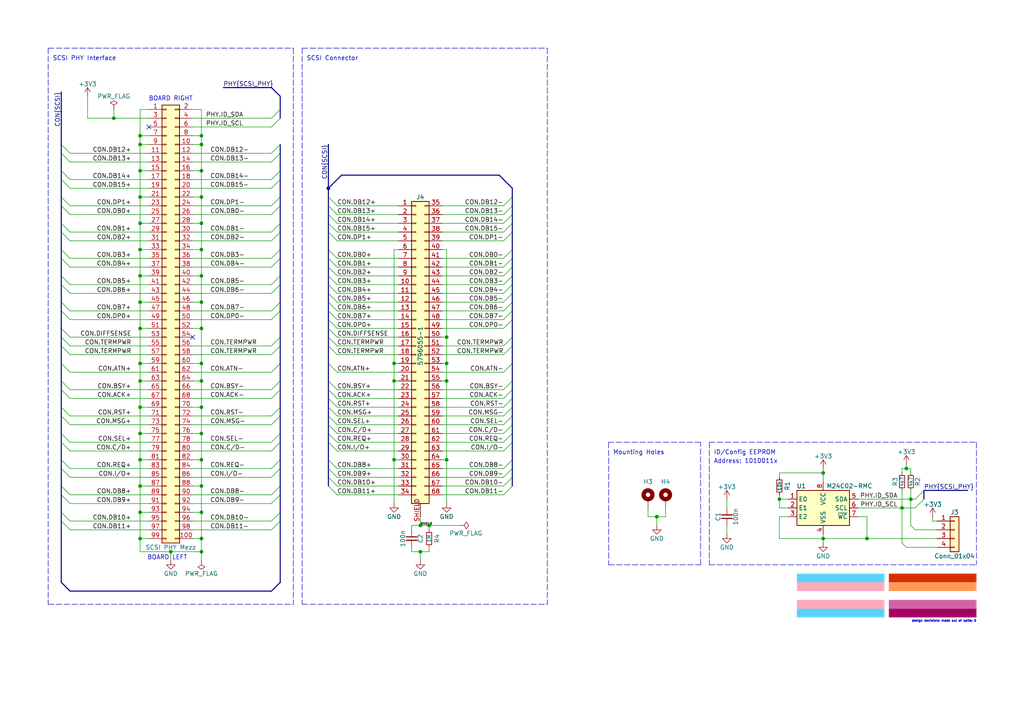
<source format=kicad_sch>
(kicad_sch (version 20231120) (generator "eeschema") (generator_version "8.0")
  (paper "A4")
  (title_block (title "Squishy -  SCSI HVD VHDCI Connector Module") (date "2024-09-17") (rev "1") (company "Shrine Maiden Heavy Industries") (comment 1 "License:  CERN-OHL-S") (comment 2 "© 2024 Aki 'lethalbit' Van Ness, et. al.") (comment 4 "Squishy - SCSI Multitool"))
  (bus_alias "SCSI" (members "DB0+" "DB0-" "DB1+" "DB1-" "DB2+" "DB2-" "DB3+" "DB3-" "DB4+" "DB4-" "DB5+" "DB5-" "DB6+" "DB6-" "DB7+" "DB7-" "DB8+" "DB8-" "DB9+" "DB9-" "DB10+" "DB10-" "DB11+" "DB11-" "DB12+" "DB12-" "DB13+" "DB13-" "DB14+" "DB14-" "DB15+" "DB15-" "DP0+" "DP0-" "DP1+" "DP1-" "ATN+" "ATN-" "BSY+" "BSY-" "ACK+" "ACK-" "RST+" "RST-" "MSG+" "MSG-" "SEL+" "SEL-" "C/D+" "C/D-" "REQ+" "REQ-" "I/O+" "I/O-" "DIFFSENSE" "TERMPWR"))
  (bus_alias "SCSI_PHY" (members "DB[0..15]" "DP[0..1]" "ATN" "BSY" "ACK" "RST" "MSG" "SEL" "C/D" "REQ" "I/O" "ID_SDA" "ID_SCL" "~{PHY_PRSNT}" "TERMPW_EN" "LS_CTRL[0..5]" "DBL_DIR" "DBH_DIR" "INIT_DIR" "TRGT_DIR" "SEL_DIR" "RST_DIR" "BSY_DIR"))
  (junction (at 40.64 87.63))
  (junction (at 40.64 41.91))
  (junction (at 226.06 144.78))
  (junction (at 40.64 133.35))
  (junction (at 58.42 80.01))
  (junction (at 238.76 137.16))
  (junction (at 58.42 64.77))
  (junction (at 114.3 133.35))
  (junction (at 58.42 118.11))
  (junction (at 40.64 110.49))
  (junction (at 40.64 148.59))
  (junction (at 58.42 41.91))
  (junction (at 121.92 152.4))
  (junction (at 58.42 133.35))
  (junction (at 40.64 95.25))
  (junction (at 190.5 149.86))
  (junction (at 261.62 147.32))
  (junction (at 58.42 125.73))
  (junction (at 40.64 64.77))
  (junction (at 124.46 152.4))
  (junction (at 58.42 87.63))
  (junction (at 40.64 39.37))
  (junction (at 95.25 54.61))
  (junction (at 40.64 156.21))
  (junction (at 58.42 140.97))
  (junction (at 58.42 49.53))
  (junction (at 129.54 97.79))
  (junction (at 121.92 160.02))
  (junction (at 262.89 135.89))
  (junction (at 58.42 72.39))
  (junction (at 264.16 144.78))
  (junction (at 40.64 140.97))
  (junction (at 40.64 72.39))
  (junction (at 129.54 133.35))
  (junction (at 129.54 105.41))
  (junction (at 58.42 39.37))
  (junction (at 58.42 110.49))
  (junction (at 40.64 118.11))
  (junction (at 40.64 57.15))
  (junction (at 114.3 110.49))
  (junction (at 251.46 156.21))
  (junction (at 58.42 105.41))
  (junction (at 58.42 160.02))
  (junction (at 238.76 156.21))
  (junction (at 58.42 57.15))
  (junction (at 58.42 148.59))
  (junction (at 49.53 160.02))
  (junction (at 40.64 80.01))
  (junction (at 129.54 110.49))
  (junction (at 40.64 125.73))
  (junction (at 58.42 156.21))
  (junction (at 33.02 34.29))
  (junction (at 58.42 95.25))
  (junction (at 114.3 105.41))
  (junction (at 40.64 49.53))
  (junction (at 40.64 105.41))
  (no_connect (at 55.88 97.79))
  (no_connect (at 43.18 36.83))
  (bus_entry (at 17.78 44.45) (size 2.54 2.54))
  (bus_entry (at 81.28 82.55) (size -2.54 2.54))
  (bus_entry (at 95.25 135.89) (size 2.54 2.54))
  (bus_entry (at 17.78 135.89) (size 2.54 2.54))
  (bus_entry (at 95.25 97.79) (size 2.54 2.54))
  (bus_entry (at 81.28 80.01) (size -2.54 2.54))
  (bus_entry (at 17.78 74.93) (size 2.54 2.54))
  (bus_entry (at 148.59 123.19) (size -2.54 2.54))
  (bus_entry (at 81.28 100.33) (size -2.54 2.54))
  (bus_entry (at 95.25 125.73) (size 2.54 2.54))
  (bus_entry (at 81.28 64.77) (size -2.54 2.54))
  (bus_entry (at 81.28 135.89) (size -2.54 2.54))
  (bus_entry (at 17.78 95.25) (size 2.54 2.54))
  (bus_entry (at 148.59 128.27) (size -2.54 2.54))
  (bus_entry (at 95.25 110.49) (size 2.54 2.54))
  (bus_entry (at 267.97 144.78) (size -2.54 2.54))
  (bus_entry (at 81.28 97.79) (size -2.54 2.54))
  (bus_entry (at 95.25 100.33) (size 2.54 2.54))
  (bus_entry (at 148.59 77.47) (size -2.54 2.54))
  (bus_entry (at 148.59 138.43) (size -2.54 2.54))
  (bus_entry (at 148.59 125.73) (size -2.54 2.54))
  (bus_entry (at 81.28 128.27) (size -2.54 2.54))
  (bus_entry (at 81.28 118.11) (size -2.54 2.54))
  (bus_entry (at 148.59 85.09) (size -2.54 2.54))
  (bus_entry (at 95.25 67.31) (size 2.54 2.54))
  (bus_entry (at 17.78 125.73) (size 2.54 2.54))
  (bus_entry (at 81.28 110.49) (size -2.54 2.54))
  (bus_entry (at 95.25 59.69) (size 2.54 2.54))
  (bus_entry (at 148.59 92.71) (size -2.54 2.54))
  (bus_entry (at 148.59 64.77) (size -2.54 2.54))
  (bus_entry (at 81.28 143.51) (size -2.54 2.54))
  (bus_entry (at 95.25 138.43) (size 2.54 2.54))
  (bus_entry (at 17.78 140.97) (size 2.54 2.54))
  (bus_entry (at 148.59 135.89) (size -2.54 2.54))
  (bus_entry (at 17.78 49.53) (size 2.54 2.54))
  (bus_entry (at 95.25 57.15) (size 2.54 2.54))
  (bus_entry (at 81.28 125.73) (size -2.54 2.54))
  (bus_entry (at 95.25 64.77) (size 2.54 2.54))
  (bus_entry (at 148.59 59.69) (size -2.54 2.54))
  (bus_entry (at 17.78 118.11) (size 2.54 2.54))
  (bus_entry (at 148.59 74.93) (size -2.54 2.54))
  (bus_entry (at 95.25 113.03) (size 2.54 2.54))
  (bus_entry (at 17.78 64.77) (size 2.54 2.54))
  (bus_entry (at 148.59 90.17) (size -2.54 2.54))
  (bus_entry (at 81.28 52.07) (size -2.54 2.54))
  (bus_entry (at 148.59 133.35) (size -2.54 2.54))
  (bus_entry (at 81.28 74.93) (size -2.54 2.54))
  (bus_entry (at 148.59 113.03) (size -2.54 2.54))
  (bus_entry (at 95.25 85.09) (size 2.54 2.54))
  (bus_entry (at 148.59 105.41) (size -2.54 2.54))
  (bus_entry (at 148.59 67.31) (size -2.54 2.54))
  (bus_entry (at 81.28 90.17) (size -2.54 2.54))
  (bus_entry (at 17.78 87.63) (size 2.54 2.54))
  (bus_entry (at 81.28 87.63) (size -2.54 2.54))
  (bus_entry (at 17.78 82.55) (size 2.54 2.54))
  (bus_entry (at 148.59 87.63) (size -2.54 2.54))
  (bus_entry (at 95.25 105.41) (size 2.54 2.54))
  (bus_entry (at 17.78 148.59) (size 2.54 2.54))
  (bus_entry (at 17.78 57.15) (size 2.54 2.54))
  (bus_entry (at 95.25 77.47) (size 2.54 2.54))
  (bus_entry (at 17.78 59.69) (size 2.54 2.54))
  (bus_entry (at 81.28 44.45) (size -2.54 2.54))
  (bus_entry (at 95.25 90.17) (size 2.54 2.54))
  (bus_entry (at 148.59 82.55) (size -2.54 2.54))
  (bus_entry (at 95.25 72.39) (size 2.54 2.54))
  (bus_entry (at 267.97 142.24) (size -2.54 2.54))
  (bus_entry (at 17.78 90.17) (size 2.54 2.54))
  (bus_entry (at 81.28 59.69) (size -2.54 2.54))
  (bus_entry (at 148.59 115.57) (size -2.54 2.54))
  (bus_entry (at 95.25 95.25) (size 2.54 2.54))
  (bus_entry (at 17.78 113.03) (size 2.54 2.54))
  (bus_entry (at 148.59 97.79) (size -2.54 2.54))
  (bus_entry (at 95.25 74.93) (size 2.54 2.54))
  (bus_entry (at 17.78 105.41) (size 2.54 2.54))
  (bus_entry (at 81.28 113.03) (size -2.54 2.54))
  (bus_entry (at 95.25 80.01) (size 2.54 2.54))
  (bus_entry (at 17.78 52.07) (size 2.54 2.54))
  (bus_entry (at 17.78 110.49) (size 2.54 2.54))
  (bus_entry (at 148.59 140.97) (size -2.54 2.54))
  (bus_entry (at 148.59 62.23) (size -2.54 2.54))
  (bus_entry (at 17.78 72.39) (size 2.54 2.54))
  (bus_entry (at 148.59 72.39) (size -2.54 2.54))
  (bus_entry (at 81.28 120.65) (size -2.54 2.54))
  (bus_entry (at 81.28 34.29) (size -2.54 2.54))
  (bus_entry (at 81.28 57.15) (size -2.54 2.54))
  (bus_entry (at 17.78 80.01) (size 2.54 2.54))
  (bus_entry (at 17.78 41.91) (size 2.54 2.54))
  (bus_entry (at 148.59 80.01) (size -2.54 2.54))
  (bus_entry (at 81.28 41.91) (size -2.54 2.54))
  (bus_entry (at 95.25 123.19) (size 2.54 2.54))
  (bus_entry (at 17.78 151.13) (size 2.54 2.54))
  (bus_entry (at 95.25 115.57) (size 2.54 2.54))
  (bus_entry (at 148.59 118.11) (size -2.54 2.54))
  (bus_entry (at 81.28 31.75) (size -2.54 2.54))
  (bus_entry (at 81.28 151.13) (size -2.54 2.54))
  (bus_entry (at 95.25 120.65) (size 2.54 2.54))
  (bus_entry (at 81.28 72.39) (size -2.54 2.54))
  (bus_entry (at 148.59 110.49) (size -2.54 2.54))
  (bus_entry (at 81.28 148.59) (size -2.54 2.54))
  (bus_entry (at 17.78 97.79) (size 2.54 2.54))
  (bus_entry (at 95.25 87.63) (size 2.54 2.54))
  (bus_entry (at 17.78 100.33) (size 2.54 2.54))
  (bus_entry (at 81.28 49.53) (size -2.54 2.54))
  (bus_entry (at 95.25 133.35) (size 2.54 2.54))
  (bus_entry (at 17.78 120.65) (size 2.54 2.54))
  (bus_entry (at 95.25 128.27) (size 2.54 2.54))
  (bus_entry (at 17.78 67.31) (size 2.54 2.54))
  (bus_entry (at 17.78 128.27) (size 2.54 2.54))
  (bus_entry (at 17.78 133.35) (size 2.54 2.54))
  (bus_entry (at 148.59 120.65) (size -2.54 2.54))
  (bus_entry (at 81.28 105.41) (size -2.54 2.54))
  (bus_entry (at 81.28 67.31) (size -2.54 2.54))
  (bus_entry (at 81.28 140.97) (size -2.54 2.54))
  (bus_entry (at 95.25 62.23) (size 2.54 2.54))
  (bus_entry (at 148.59 100.33) (size -2.54 2.54))
  (bus_entry (at 95.25 82.55) (size 2.54 2.54))
  (bus_entry (at 17.78 143.51) (size 2.54 2.54))
  (bus_entry (at 95.25 118.11) (size 2.54 2.54))
  (bus_entry (at 148.59 57.15) (size -2.54 2.54))
  (bus_entry (at 95.25 140.97) (size 2.54 2.54))
  (bus_entry (at 95.25 92.71) (size 2.54 2.54))
  (bus_entry (at 81.28 133.35) (size -2.54 2.54))
  (wire (pts (xy 97.79 115.57) (xy 115.57 115.57)))
  (bus (pts (xy 95.25 118.11) (xy 95.25 120.65)))
  (wire (pts (xy 97.79 62.23) (xy 115.57 62.23)))
  (bus (pts (xy 95.25 41.91) (xy 95.25 54.61)))
  (wire (pts (xy 20.32 92.71) (xy 43.18 92.71)))
  (wire (pts (xy 20.32 67.31) (xy 43.18 67.31)))
  (wire (pts (xy 20.32 146.05) (xy 43.18 146.05)))
  (wire (pts (xy 55.88 156.21) (xy 58.42 156.21)))
  (bus (pts (xy 148.59 85.09) (xy 148.59 87.63)))
  (bus (pts (xy 95.25 110.49) (xy 95.25 113.03)))
  (wire (pts (xy 20.32 97.79) (xy 43.18 97.79)))
  (wire (pts (xy 55.88 31.75) (xy 58.42 31.75)))
  (wire (pts (xy 78.74 115.57) (xy 55.88 115.57)))
  (wire (pts (xy 78.74 102.87) (xy 55.88 102.87)))
  (wire (pts (xy 97.79 85.09) (xy 115.57 85.09)))
  (wire (pts (xy 55.88 57.15) (xy 58.42 57.15)))
  (bus (pts (xy 81.28 120.65) (xy 81.28 125.73)))
  (wire (pts (xy 20.32 123.19) (xy 43.18 123.19)))
  (wire (pts (xy 58.42 87.63) (xy 58.42 95.25)))
  (wire (pts (xy 146.05 123.19) (xy 128.27 123.19)))
  (bus (pts (xy 81.28 82.55) (xy 81.28 87.63)))
  (bus (pts (xy 148.59 110.49) (xy 148.59 113.03)))
  (wire (pts (xy 78.74 74.93) (xy 55.88 74.93)))
  (wire (pts (xy 129.54 110.49) (xy 129.54 133.35)))
  (polyline (pts (xy 176.53 128.27) (xy 176.53 163.83)) (stroke (width 0) (type dash)))
  (bus (pts (xy 95.25 135.89) (xy 95.25 138.43)))
  (bus (pts (xy 17.78 95.25) (xy 17.78 97.79)))
  (wire (pts (xy 226.06 143.51) (xy 226.06 144.78)))
  (bus (pts (xy 148.59 105.41) (xy 148.59 110.49)))
  (bus (pts (xy 148.59 54.61) (xy 148.59 57.15)))
  (wire (pts (xy 146.05 125.73) (xy 128.27 125.73)))
  (bus (pts (xy 81.28 97.79) (xy 81.28 100.33)))
  (wire (pts (xy 146.05 102.87) (xy 128.27 102.87)))
  (wire (pts (xy 146.05 135.89) (xy 128.27 135.89)))
  (bus (pts (xy 95.25 100.33) (xy 95.25 105.41)))
  (wire (pts (xy 20.32 62.23) (xy 43.18 62.23)))
  (wire (pts (xy 251.46 149.86) (xy 251.46 156.21)))
  (bus (pts (xy 148.59 72.39) (xy 148.59 74.93)))
  (wire (pts (xy 264.16 142.24) (xy 264.16 144.78)))
  (wire (pts (xy 55.88 110.49) (xy 58.42 110.49)))
  (wire (pts (xy 49.53 160.02) (xy 49.53 162.56)))
  (wire (pts (xy 55.88 41.91) (xy 58.42 41.91)))
  (wire (pts (xy 78.74 113.03) (xy 55.88 113.03)))
  (bus (pts (xy 148.59 67.31) (xy 148.59 72.39)))
  (wire (pts (xy 78.74 153.67) (xy 55.88 153.67)))
  (wire (pts (xy 78.74 62.23) (xy 55.88 62.23)))
  (wire (pts (xy 119.38 160.02) (xy 121.92 160.02)))
  (wire (pts (xy 25.4 27.94) (xy 25.4 34.29)))
  (wire (pts (xy 43.18 57.15) (xy 40.64 57.15)))
  (bus (pts (xy 81.28 100.33) (xy 81.28 105.41)))
  (bus (pts (xy 20.32 171.45) (xy 78.74 171.45)))
  (bus (pts (xy 17.78 133.35) (xy 17.78 135.89)))
  (bus (pts (xy 95.25 72.39) (xy 95.25 74.93)))
  (wire (pts (xy 33.02 34.29) (xy 43.18 34.29)))
  (bus (pts (xy 81.28 118.11) (xy 81.28 120.65)))
  (wire (pts (xy 40.64 64.77) (xy 40.64 72.39)))
  (wire (pts (xy 270.51 151.13) (xy 271.78 151.13)))
  (wire (pts (xy 270.51 149.86) (xy 270.51 151.13)))
  (wire (pts (xy 20.32 69.85) (xy 43.18 69.85)))
  (wire (pts (xy 58.42 41.91) (xy 58.42 49.53)))
  (wire (pts (xy 114.3 110.49) (xy 115.57 110.49)))
  (wire (pts (xy 58.42 160.02) (xy 58.42 162.56)))
  (wire (pts (xy 78.74 67.31) (xy 55.88 67.31)))
  (bus (pts (xy 17.78 120.65) (xy 17.78 125.73)))
  (bus (pts (xy 81.28 128.27) (xy 81.28 133.35)))
  (wire (pts (xy 40.64 49.53) (xy 40.64 57.15)))
  (bus (pts (xy 81.28 64.77) (xy 81.28 67.31)))
  (bus (pts (xy 148.59 120.65) (xy 148.59 123.19)))
  (wire (pts (xy 265.43 153.67) (xy 264.16 152.4)))
  (wire (pts (xy 146.05 140.97) (xy 128.27 140.97)))
  (bus (pts (xy 95.25 59.69) (xy 95.25 62.23)))
  (polyline (pts (xy 87.63 13.97) (xy 87.63 175.26)) (stroke (width 0) (type dash)))
  (wire (pts (xy 40.64 160.02) (xy 49.53 160.02)))
  (wire (pts (xy 124.46 152.4) (xy 124.46 153.67)))
  (wire (pts (xy 20.32 77.47) (xy 43.18 77.47)))
  (wire (pts (xy 40.64 72.39) (xy 40.64 80.01)))
  (wire (pts (xy 121.92 149.86) (xy 121.92 152.4)))
  (bus (pts (xy 81.28 59.69) (xy 81.28 64.77)))
  (bus (pts (xy 81.28 49.53) (xy 81.28 52.07)))
  (wire (pts (xy 25.4 34.29) (xy 33.02 34.29)))
  (wire (pts (xy 58.42 80.01) (xy 58.42 87.63)))
  (bus (pts (xy 148.59 90.17) (xy 148.59 92.71)))
  (wire (pts (xy 43.18 95.25) (xy 40.64 95.25)))
  (polyline (pts (xy 87.63 13.97) (xy 158.75 13.97)) (stroke (width 0) (type dash)))
  (wire (pts (xy 119.38 158.75) (xy 119.38 160.02)))
  (wire (pts (xy 97.79 80.01) (xy 115.57 80.01)))
  (wire (pts (xy 97.79 138.43) (xy 115.57 138.43)))
  (bus (pts (xy 17.78 105.41) (xy 17.78 110.49)))
  (bus (pts (xy 81.28 27.94) (xy 81.28 31.75)))
  (wire (pts (xy 226.06 149.86) (xy 226.06 156.21)))
  (wire (pts (xy 78.74 77.47) (xy 55.88 77.47)))
  (wire (pts (xy 78.74 85.09) (xy 55.88 85.09)))
  (wire (pts (xy 40.64 41.91) (xy 40.64 49.53)))
  (bus (pts (xy 95.25 54.61) (xy 95.25 57.15)))
  (bus (pts (xy 17.78 118.11) (xy 17.78 120.65)))
  (wire (pts (xy 78.74 90.17) (xy 55.88 90.17)))
  (wire (pts (xy 33.02 31.75) (xy 33.02 34.29)))
  (bus (pts (xy 17.78 110.49) (xy 17.78 113.03)))
  (wire (pts (xy 262.89 135.89) (xy 264.16 135.89)))
  (wire (pts (xy 55.88 87.63) (xy 58.42 87.63)))
  (wire (pts (xy 55.88 125.73) (xy 58.42 125.73)))
  (bus (pts (xy 81.28 31.75) (xy 81.28 34.29)))
  (wire (pts (xy 97.79 69.85) (xy 115.57 69.85)))
  (wire (pts (xy 146.05 59.69) (xy 128.27 59.69)))
  (bus (pts (xy 95.25 77.47) (xy 95.25 80.01)))
  (wire (pts (xy 187.96 147.32) (xy 187.96 149.86)))
  (wire (pts (xy 226.06 144.78) (xy 228.6 144.78)))
  (bus (pts (xy 95.25 54.61) (xy 99.06 50.8)))
  (wire (pts (xy 55.88 72.39) (xy 58.42 72.39)))
  (bus (pts (xy 267.97 142.24) (xy 280.67 142.24)))
  (wire (pts (xy 262.89 134.62) (xy 262.89 135.89)))
  (wire (pts (xy 58.42 49.53) (xy 58.42 57.15)))
  (wire (pts (xy 251.46 156.21) (xy 271.78 156.21)))
  (wire (pts (xy 43.18 64.77) (xy 40.64 64.77)))
  (bus (pts (xy 17.78 135.89) (xy 17.78 140.97)))
  (wire (pts (xy 271.78 153.67) (xy 265.43 153.67)))
  (bus (pts (xy 95.25 87.63) (xy 95.25 90.17)))
  (wire (pts (xy 114.3 110.49) (xy 114.3 133.35)))
  (wire (pts (xy 78.74 120.65) (xy 55.88 120.65)))
  (wire (pts (xy 146.05 120.65) (xy 128.27 120.65)))
  (wire (pts (xy 58.42 95.25) (xy 58.42 105.41)))
  (wire (pts (xy 114.3 72.39) (xy 114.3 105.41)))
  (polyline (pts (xy 13.97 13.97) (xy 13.97 175.26)) (stroke (width 0) (type dash)))
  (wire (pts (xy 43.18 110.49) (xy 40.64 110.49)))
  (wire (pts (xy 78.74 128.27) (xy 55.88 128.27)))
  (bus (pts (xy 81.28 80.01) (xy 81.28 82.55)))
  (wire (pts (xy 146.05 74.93) (xy 128.27 74.93)))
  (wire (pts (xy 58.42 156.21) (xy 58.42 160.02)))
  (wire (pts (xy 146.05 118.11) (xy 128.27 118.11)))
  (bus (pts (xy 148.59 135.89) (xy 148.59 138.43)))
  (polyline (pts (xy 85.09 13.97) (xy 85.09 175.26)) (stroke (width 0) (type dash)))
  (bus (pts (xy 95.25 80.01) (xy 95.25 82.55)))
  (wire (pts (xy 128.27 133.35) (xy 129.54 133.35)))
  (wire (pts (xy 114.3 105.41) (xy 114.3 110.49)))
  (bus (pts (xy 17.78 49.53) (xy 17.78 52.07)))
  (wire (pts (xy 55.88 118.11) (xy 58.42 118.11)))
  (wire (pts (xy 78.74 46.99) (xy 55.88 46.99)))
  (bus (pts (xy 148.59 115.57) (xy 148.59 118.11)))
  (wire (pts (xy 40.64 110.49) (xy 40.64 118.11)))
  (bus (pts (xy 95.25 90.17) (xy 95.25 92.71)))
  (wire (pts (xy 146.05 69.85) (xy 128.27 69.85)))
  (wire (pts (xy 20.32 128.27) (xy 43.18 128.27)))
  (wire (pts (xy 55.88 36.83) (xy 78.74 36.83)))
  (wire (pts (xy 20.32 113.03) (xy 43.18 113.03)))
  (wire (pts (xy 55.88 105.41) (xy 58.42 105.41)))
  (wire (pts (xy 146.05 85.09) (xy 128.27 85.09)))
  (wire (pts (xy 146.05 128.27) (xy 128.27 128.27)))
  (wire (pts (xy 97.79 59.69) (xy 115.57 59.69)))
  (bus (pts (xy 95.25 115.57) (xy 95.25 118.11)))
  (wire (pts (xy 55.88 39.37) (xy 58.42 39.37)))
  (wire (pts (xy 40.64 133.35) (xy 40.64 140.97)))
  (wire (pts (xy 55.88 80.01) (xy 58.42 80.01)))
  (wire (pts (xy 20.32 85.09) (xy 43.18 85.09)))
  (wire (pts (xy 261.62 147.32) (xy 265.43 147.32)))
  (wire (pts (xy 58.42 140.97) (xy 58.42 148.59)))
  (wire (pts (xy 43.18 72.39) (xy 40.64 72.39)))
  (wire (pts (xy 97.79 90.17) (xy 115.57 90.17)))
  (bus (pts (xy 144.78 50.8) (xy 148.59 54.61)))
  (bus (pts (xy 95.25 138.43) (xy 95.25 140.97)))
  (wire (pts (xy 97.79 102.87) (xy 115.57 102.87)))
  (wire (pts (xy 40.64 31.75) (xy 40.64 39.37)))
  (wire (pts (xy 129.54 72.39) (xy 129.54 97.79)))
  (bus (pts (xy 81.28 67.31) (xy 81.28 72.39)))
  (polyline (pts (xy 203.2 163.83) (xy 203.2 128.27)) (stroke (width 0) (type dash)))
  (bus (pts (xy 95.25 74.93) (xy 95.25 77.47)))
  (wire (pts (xy 43.18 125.73) (xy 40.64 125.73)))
  (wire (pts (xy 114.3 105.41) (xy 115.57 105.41)))
  (wire (pts (xy 124.46 152.4) (xy 133.35 152.4)))
  (wire (pts (xy 114.3 133.35) (xy 114.3 146.05)))
  (wire (pts (xy 97.79 143.51) (xy 115.57 143.51)))
  (wire (pts (xy 55.88 133.35) (xy 58.42 133.35)))
  (bus (pts (xy 17.78 140.97) (xy 17.78 143.51)))
  (bus (pts (xy 17.78 148.59) (xy 17.78 151.13)))
  (bus (pts (xy 95.25 67.31) (xy 95.25 72.39)))
  (bus (pts (xy 81.28 135.89) (xy 81.28 140.97)))
  (wire (pts (xy 20.32 120.65) (xy 43.18 120.65)))
  (wire (pts (xy 121.92 160.02) (xy 124.46 160.02)))
  (wire (pts (xy 97.79 118.11) (xy 115.57 118.11)))
  (wire (pts (xy 55.88 148.59) (xy 58.42 148.59)))
  (wire (pts (xy 210.82 152.4) (xy 210.82 154.94)))
  (bus (pts (xy 95.25 95.25) (xy 95.25 97.79)))
  (polyline (pts (xy 205.74 163.83) (xy 283.21 163.83)) (stroke (width 0) (type dash)))
  (bus (pts (xy 95.25 128.27) (xy 95.25 133.35)))
  (polyline (pts (xy 13.97 175.26) (xy 85.09 175.26)) (stroke (width 0) (type dash)))
  (bus (pts (xy 148.59 97.79) (xy 148.59 100.33)))
  (wire (pts (xy 128.27 110.49) (xy 129.54 110.49)))
  (bus (pts (xy 17.78 168.91) (xy 20.32 171.45)))
  (polyline (pts (xy 176.53 163.83) (xy 203.2 163.83)) (stroke (width 0) (type dash)))
  (bus (pts (xy 95.25 57.15) (xy 95.25 59.69)))
  (wire (pts (xy 146.05 115.57) (xy 128.27 115.57)))
  (bus (pts (xy 95.25 62.23) (xy 95.25 64.77)))
  (polyline (pts (xy 13.97 13.97) (xy 85.09 13.97)) (stroke (width 0) (type dash)))
  (wire (pts (xy 20.32 153.67) (xy 43.18 153.67)))
  (bus (pts (xy 95.25 105.41) (xy 95.25 110.49)))
  (bus (pts (xy 148.59 133.35) (xy 148.59 135.89)))
  (bus (pts (xy 17.78 64.77) (xy 17.78 67.31)))
  (polyline (pts (xy 205.74 128.27) (xy 283.21 128.27)) (stroke (width 0) (type dash)))
  (wire (pts (xy 43.18 80.01) (xy 40.64 80.01)))
  (wire (pts (xy 20.32 135.89) (xy 43.18 135.89)))
  (wire (pts (xy 129.54 133.35) (xy 129.54 146.05)))
  (wire (pts (xy 226.06 156.21) (xy 238.76 156.21)))
  (wire (pts (xy 78.74 138.43) (xy 55.88 138.43)))
  (bus (pts (xy 17.78 100.33) (xy 17.78 105.41)))
  (bus (pts (xy 17.78 72.39) (xy 17.78 74.93)))
  (wire (pts (xy 271.78 158.75) (xy 262.89 158.75)))
  (wire (pts (xy 261.62 135.89) (xy 261.62 137.16)))
  (wire (pts (xy 20.32 100.33) (xy 43.18 100.33)))
  (bus (pts (xy 81.28 72.39) (xy 81.28 74.93)))
  (bus (pts (xy 17.78 82.55) (xy 17.78 87.63)))
  (bus (pts (xy 17.78 44.45) (xy 17.78 49.53)))
  (bus (pts (xy 17.78 90.17) (xy 17.78 95.25)))
  (bus (pts (xy 17.78 52.07) (xy 17.78 57.15)))
  (bus (pts (xy 267.97 144.78) (xy 267.97 142.24)))
  (wire (pts (xy 97.79 107.95) (xy 115.57 107.95)))
  (bus (pts (xy 95.25 82.55) (xy 95.25 85.09)))
  (bus (pts (xy 81.28 87.63) (xy 81.28 90.17)))
  (wire (pts (xy 97.79 113.03) (xy 115.57 113.03)))
  (wire (pts (xy 55.88 34.29) (xy 78.74 34.29)))
  (bus (pts (xy 17.78 97.79) (xy 17.78 100.33)))
  (wire (pts (xy 40.64 80.01) (xy 40.64 87.63)))
  (bus (pts (xy 81.28 41.91) (xy 81.28 44.45)))
  (bus (pts (xy 17.78 87.63) (xy 17.78 90.17)))
  (bus (pts (xy 78.74 171.45) (xy 81.28 168.91)))
  (wire (pts (xy 128.27 105.41) (xy 129.54 105.41)))
  (wire (pts (xy 121.92 152.4) (xy 119.38 152.4)))
  (wire (pts (xy 97.79 125.73) (xy 115.57 125.73)))
  (bus (pts (xy 81.28 57.15) (xy 81.28 59.69)))
  (bus (pts (xy 95.25 92.71) (xy 95.25 95.25)))
  (bus (pts (xy 17.78 113.03) (xy 17.78 118.11)))
  (wire (pts (xy 97.79 130.81) (xy 115.57 130.81)))
  (bus (pts (xy 148.59 128.27) (xy 148.59 133.35)))
  (wire (pts (xy 78.74 92.71) (xy 55.88 92.71)))
  (wire (pts (xy 58.42 57.15) (xy 58.42 64.77)))
  (bus (pts (xy 95.25 64.77) (xy 95.25 67.31)))
  (bus (pts (xy 95.25 97.79) (xy 95.25 100.33)))
  (wire (pts (xy 55.88 140.97) (xy 58.42 140.97)))
  (bus (pts (xy 78.74 25.4) (xy 81.28 27.94)))
  (wire (pts (xy 58.42 31.75) (xy 58.42 39.37)))
  (bus (pts (xy 81.28 90.17) (xy 81.28 97.79)))
  (wire (pts (xy 20.32 138.43) (xy 43.18 138.43)))
  (bus (pts (xy 95.25 125.73) (xy 95.25 128.27)))
  (wire (pts (xy 20.32 82.55) (xy 43.18 82.55)))
  (wire (pts (xy 146.05 82.55) (xy 128.27 82.55)))
  (bus (pts (xy 148.59 118.11) (xy 148.59 120.65)))
  (wire (pts (xy 58.42 118.11) (xy 58.42 125.73)))
  (wire (pts (xy 40.64 118.11) (xy 40.64 125.73)))
  (polyline (pts (xy 87.63 175.26) (xy 158.75 175.26)) (stroke (width 0) (type dash)))
  (wire (pts (xy 40.64 156.21) (xy 40.64 160.02)))
  (wire (pts (xy 238.76 154.94) (xy 238.76 156.21)))
  (wire (pts (xy 20.32 115.57) (xy 43.18 115.57)))
  (wire (pts (xy 55.88 95.25) (xy 58.42 95.25)))
  (bus (pts (xy 17.78 41.91) (xy 17.78 44.45)))
  (wire (pts (xy 97.79 87.63) (xy 115.57 87.63)))
  (wire (pts (xy 264.16 144.78) (xy 264.16 152.4)))
  (wire (pts (xy 78.74 59.69) (xy 55.88 59.69)))
  (wire (pts (xy 264.16 135.89) (xy 264.16 137.16)))
  (wire (pts (xy 78.74 146.05) (xy 55.88 146.05)))
  (wire (pts (xy 78.74 130.81) (xy 55.88 130.81)))
  (wire (pts (xy 78.74 151.13) (xy 55.88 151.13)))
  (bus (pts (xy 81.28 125.73) (xy 81.28 128.27)))
  (wire (pts (xy 146.05 90.17) (xy 128.27 90.17)))
  (wire (pts (xy 40.64 148.59) (xy 40.64 156.21)))
  (wire (pts (xy 193.04 147.32) (xy 193.04 149.86)))
  (wire (pts (xy 97.79 123.19) (xy 115.57 123.19)))
  (wire (pts (xy 58.42 148.59) (xy 58.42 156.21)))
  (bus (pts (xy 148.59 64.77) (xy 148.59 67.31)))
  (wire (pts (xy 226.06 137.16) (xy 226.06 138.43)))
  (wire (pts (xy 43.18 87.63) (xy 40.64 87.63)))
  (wire (pts (xy 146.05 107.95) (xy 128.27 107.95)))
  (wire (pts (xy 238.76 135.89) (xy 238.76 137.16)))
  (wire (pts (xy 40.64 140.97) (xy 40.64 148.59)))
  (wire (pts (xy 78.74 69.85) (xy 55.88 69.85)))
  (wire (pts (xy 20.32 54.61) (xy 43.18 54.61)))
  (wire (pts (xy 124.46 158.75) (xy 124.46 160.02)))
  (bus (pts (xy 81.28 110.49) (xy 81.28 113.03)))
  (wire (pts (xy 190.5 149.86) (xy 193.04 149.86)))
  (wire (pts (xy 58.42 39.37) (xy 58.42 41.91)))
  (wire (pts (xy 146.05 77.47) (xy 128.27 77.47)))
  (wire (pts (xy 248.92 147.32) (xy 261.62 147.32)))
  (wire (pts (xy 146.05 138.43) (xy 128.27 138.43)))
  (wire (pts (xy 128.27 72.39) (xy 129.54 72.39)))
  (wire (pts (xy 78.74 123.19) (xy 55.88 123.19)))
  (bus (pts (xy 81.28 151.13) (xy 81.28 168.91)))
  (wire (pts (xy 20.32 90.17) (xy 43.18 90.17)))
  (wire (pts (xy 114.3 133.35) (xy 115.57 133.35)))
  (wire (pts (xy 20.32 74.93) (xy 43.18 74.93)))
  (bus (pts (xy 148.59 62.23) (xy 148.59 64.77)))
  (wire (pts (xy 146.05 92.71) (xy 128.27 92.71)))
  (wire (pts (xy 97.79 135.89) (xy 115.57 135.89)))
  (wire (pts (xy 43.18 31.75) (xy 40.64 31.75)))
  (wire (pts (xy 261.62 142.24) (xy 261.62 147.32)))
  (wire (pts (xy 58.42 72.39) (xy 58.42 80.01)))
  (wire (pts (xy 40.64 105.41) (xy 43.18 105.41)))
  (wire (pts (xy 78.74 143.51) (xy 55.88 143.51)))
  (wire (pts (xy 190.5 149.86) (xy 190.5 152.4)))
  (wire (pts (xy 40.64 125.73) (xy 40.64 133.35)))
  (wire (pts (xy 40.64 156.21) (xy 43.18 156.21)))
  (bus (pts (xy 17.78 125.73) (xy 17.78 128.27)))
  (bus (pts (xy 95.25 85.09) (xy 95.25 87.63)))
  (bus (pts (xy 81.28 44.45) (xy 81.28 49.53)))
  (wire (pts (xy 226.06 147.32) (xy 228.6 147.32)))
  (bus (pts (xy 17.78 57.15) (xy 17.78 59.69)))
  (wire (pts (xy 43.18 118.11) (xy 40.64 118.11)))
  (wire (pts (xy 262.89 158.75) (xy 261.62 157.48)))
  (wire (pts (xy 97.79 100.33) (xy 115.57 100.33)))
  (wire (pts (xy 261.62 135.89) (xy 262.89 135.89)))
  (bus (pts (xy 81.28 133.35) (xy 81.28 135.89)))
  (wire (pts (xy 78.74 44.45) (xy 55.88 44.45)))
  (wire (pts (xy 20.32 102.87) (xy 43.18 102.87)))
  (bus (pts (xy 148.59 100.33) (xy 148.59 105.41)))
  (wire (pts (xy 226.06 149.86) (xy 228.6 149.86)))
  (wire (pts (xy 78.74 100.33) (xy 55.88 100.33)))
  (wire (pts (xy 146.05 64.77) (xy 128.27 64.77)))
  (bus (pts (xy 17.78 26.67) (xy 17.78 41.91)))
  (bus (pts (xy 95.25 113.03) (xy 95.25 115.57)))
  (bus (pts (xy 148.59 57.15) (xy 148.59 59.69)))
  (wire (pts (xy 20.32 46.99) (xy 43.18 46.99)))
  (wire (pts (xy 43.18 41.91) (xy 40.64 41.91)))
  (wire (pts (xy 129.54 97.79) (xy 129.54 105.41)))
  (bus (pts (xy 17.78 67.31) (xy 17.78 72.39)))
  (wire (pts (xy 97.79 67.31) (xy 115.57 67.31)))
  (wire (pts (xy 20.32 143.51) (xy 43.18 143.51)))
  (wire (pts (xy 146.05 80.01) (xy 128.27 80.01)))
  (wire (pts (xy 238.76 156.21) (xy 251.46 156.21)))
  (wire (pts (xy 58.42 133.35) (xy 58.42 140.97)))
  (wire (pts (xy 238.76 156.21) (xy 238.76 157.48)))
  (wire (pts (xy 146.05 113.03) (xy 128.27 113.03)))
  (wire (pts (xy 40.64 148.59) (xy 43.18 148.59)))
  (wire (pts (xy 124.46 152.4) (xy 121.92 152.4)))
  (wire (pts (xy 97.79 77.47) (xy 115.57 77.47)))
  (wire (pts (xy 128.27 97.79) (xy 129.54 97.79)))
  (bus (pts (xy 17.78 74.93) (xy 17.78 80.01)))
  (bus (pts (xy 81.28 148.59) (xy 81.28 151.13)))
  (bus (pts (xy 17.78 151.13) (xy 17.78 168.91)))
  (wire (pts (xy 226.06 137.16) (xy 238.76 137.16)))
  (bus (pts (xy 81.28 52.07) (xy 81.28 57.15)))
  (wire (pts (xy 97.79 74.93) (xy 115.57 74.93)))
  (wire (pts (xy 97.79 82.55) (xy 115.57 82.55)))
  (wire (pts (xy 40.64 105.41) (xy 40.64 110.49)))
  (polyline (pts (xy 205.74 128.27) (xy 205.74 163.83)) (stroke (width 0) (type dash)))
  (wire (pts (xy 20.32 44.45) (xy 43.18 44.45)))
  (wire (pts (xy 40.64 39.37) (xy 40.64 41.91)))
  (wire (pts (xy 58.42 110.49) (xy 58.42 118.11)))
  (wire (pts (xy 146.05 130.81) (xy 128.27 130.81)))
  (wire (pts (xy 261.62 147.32) (xy 261.62 157.48)))
  (bus (pts (xy 17.78 80.01) (xy 17.78 82.55)))
  (bus (pts (xy 148.59 92.71) (xy 148.59 97.79)))
  (wire (pts (xy 264.16 144.78) (xy 265.43 144.78)))
  (polyline (pts (xy 283.21 128.27) (xy 283.21 163.83)) (stroke (width 0) (type dash)))
  (wire (pts (xy 97.79 97.79) (xy 115.57 97.79)))
  (wire (pts (xy 58.42 64.77) (xy 58.42 72.39)))
  (wire (pts (xy 55.88 49.53) (xy 58.42 49.53)))
  (wire (pts (xy 40.64 95.25) (xy 40.64 105.41)))
  (wire (pts (xy 248.92 144.78) (xy 264.16 144.78)))
  (wire (pts (xy 43.18 49.53) (xy 40.64 49.53)))
  (bus (pts (xy 95.25 133.35) (xy 95.25 135.89)))
  (wire (pts (xy 40.64 39.37) (xy 43.18 39.37)))
  (wire (pts (xy 78.74 107.95) (xy 55.88 107.95)))
  (wire (pts (xy 187.96 149.86) (xy 190.5 149.86)))
  (bus (pts (xy 148.59 82.55) (xy 148.59 85.09)))
  (wire (pts (xy 226.06 144.78) (xy 226.06 147.32)))
  (bus (pts (xy 148.59 77.47) (xy 148.59 80.01)))
  (wire (pts (xy 78.74 54.61) (xy 55.88 54.61)))
  (bus (pts (xy 148.59 80.01) (xy 148.59 82.55)))
  (wire (pts (xy 146.05 100.33) (xy 128.27 100.33)))
  (bus (pts (xy 81.28 74.93) (xy 81.28 80.01)))
  (wire (pts (xy 20.32 59.69) (xy 43.18 59.69)))
  (bus (pts (xy 81.28 140.97) (xy 81.28 143.51)))
  (wire (pts (xy 114.3 72.39) (xy 115.57 72.39)))
  (wire (pts (xy 97.79 95.25) (xy 115.57 95.25)))
  (bus (pts (xy 81.28 143.51) (xy 81.28 148.59)))
  (wire (pts (xy 43.18 133.35) (xy 40.64 133.35)))
  (wire (pts (xy 20.32 107.95) (xy 43.18 107.95)))
  (wire (pts (xy 20.32 52.07) (xy 43.18 52.07)))
  (bus (pts (xy 148.59 74.93) (xy 148.59 77.47)))
  (wire (pts (xy 146.05 87.63) (xy 128.27 87.63)))
  (wire (pts (xy 20.32 151.13) (xy 43.18 151.13)))
  (bus (pts (xy 64.77 25.4) (xy 78.74 25.4)))
  (wire (pts (xy 40.64 87.63) (xy 40.64 95.25)))
  (wire (pts (xy 248.92 149.86) (xy 251.46 149.86)))
  (wire (pts (xy 78.74 82.55) (xy 55.88 82.55)))
  (wire (pts (xy 146.05 67.31) (xy 128.27 67.31)))
  (wire (pts (xy 20.32 130.81) (xy 43.18 130.81)))
  (wire (pts (xy 97.79 92.71) (xy 115.57 92.71)))
  (wire (pts (xy 43.18 140.97) (xy 40.64 140.97)))
  (bus (pts (xy 148.59 123.19) (xy 148.59 125.73)))
  (polyline (pts (xy 158.75 13.97) (xy 158.75 175.26)) (stroke (width 0) (type dash)))
  (wire (pts (xy 97.79 128.27) (xy 115.57 128.27)))
  (wire (pts (xy 146.05 62.23) (xy 128.27 62.23)))
  (bus (pts (xy 17.78 143.51) (xy 17.78 148.59)))
  (wire (pts (xy 40.64 57.15) (xy 40.64 64.77)))
  (wire (pts (xy 210.82 147.32) (xy 210.82 144.78)))
  (wire (pts (xy 78.74 135.89) (xy 55.88 135.89)))
  (wire (pts (xy 129.54 105.41) (xy 129.54 110.49)))
  (bus (pts (xy 148.59 87.63) (xy 148.59 90.17)))
  (bus (pts (xy 81.28 113.03) (xy 81.28 118.11)))
  (wire (pts (xy 146.05 143.51) (xy 128.27 143.51)))
  (wire (pts (xy 58.42 125.73) (xy 58.42 133.35)))
  (wire (pts (xy 49.53 160.02) (xy 58.42 160.02)))
  (bus (pts (xy 148.59 113.03) (xy 148.59 115.57)))
  (bus (pts (xy 17.78 128.27) (xy 17.78 133.35)))
  (wire (pts (xy 97.79 140.97) (xy 115.57 140.97)))
  (wire (pts (xy 97.79 64.77) (xy 115.57 64.77)))
  (bus (pts (xy 95.25 123.19) (xy 95.25 125.73)))
  (wire (pts (xy 55.88 64.77) (xy 58.42 64.77)))
  (bus (pts (xy 95.25 120.65) (xy 95.25 123.19)))
  (bus (pts (xy 148.59 59.69) (xy 148.59 62.23)))
  (bus (pts (xy 148.59 138.43) (xy 148.59 140.97)))
  (wire (pts (xy 238.76 137.16) (xy 238.76 139.7)))
  (wire (pts (xy 78.74 52.07) (xy 55.88 52.07)))
  (wire (pts (xy 97.79 120.65) (xy 115.57 120.65)))
  (polyline (pts (xy 203.2 128.27) (xy 176.53 128.27)) (stroke (width 0) (type dash)))
  (wire (pts (xy 121.92 160.02) (xy 121.92 162.56)))
  (bus (pts (xy 148.59 125.73) (xy 148.59 128.27)))
  (wire (pts (xy 119.38 152.4) (xy 119.38 153.67)))
  (bus (pts (xy 81.28 105.41) (xy 81.28 110.49)))
  (wire (pts (xy 58.42 105.41) (xy 58.42 110.49)))
  (bus (pts (xy 99.06 50.8) (xy 144.78 50.8)))
  (bus (pts (xy 17.78 59.69) (xy 17.78 64.77)))
  (wire (pts (xy 146.05 95.25) (xy 128.27 95.25)))
  (text "Address: 1010011x" (at 207.01 133.858 0) (effects (font (size 1.27 1.27)) (justify left)))
  (text "Mounting Holes\n" (at 177.8 132.08 0) (effects (font (size 1.27 1.27)) (justify left bottom)))
  (text "SCSI Connector" (at 88.9 17.78 0) (effects (font (size 1.27 1.27)) (justify left bottom)))
  (text "BOARD RIGHT" (at 49.53 28.702 0) (effects (font (size 1.27 1.27))))
  (text "BOARD LEFT" (at 48.514 161.798 0) (effects (font (size 1.27 1.27))))
  (text "ID/Config EEPROM" (at 207.01 132.08 0) (effects (font (size 1.27 1.27)) (justify left bottom)))
  (text "SCSI PHY Interface" (at 15.24 17.78 0) (effects (font (size 1.27 1.27)) (justify left bottom)))
  (text "design decisions made out of spite: 0" (at 264.414 180.594 0) (effects (font (size 0.635 0.635)) (justify left bottom)))
  (label "CON.DP1-" (at 60.96 59.69 0))
  (label "CON.DB9-" (at 60.96 146.05 0))
  (label "CON.DB13-" (at 60.96 46.99 0))
  (label "CON.DB0+" (at 38.1 62.23 180))
  (label "CON.DB8-" (at 146.05 135.89 180))
  (label "CON.DB11-" (at 60.96 153.67 0))
  (label "CON.DB9-" (at 146.05 138.43 180))
  (label "CON.DIFFSENSE" (at 38.1 97.79 180))
  (label "CON.DB15+" (at 38.1 54.61 180))
  (label "CON.DB11+" (at 38.1 153.67 180))
  (label "CON.SEL-" (at 60.96 128.27 0))
  (label "CON.DB10-" (at 60.96 151.13 0))
  (label "CON.SEL+" (at 97.79 123.19 0))
  (label "CON.DB5+" (at 97.79 87.63 0))
  (label "CON.I{slash}O-" (at 60.96 138.43 0))
  (label "CON.DB3-" (at 60.96 74.93 0))
  (label "CON.REQ+" (at 38.1 135.89 180))
  (label "CON.ATN+" (at 38.1 107.95 180))
  (label "CON.DP1+" (at 97.79 69.85 0))
  (label "PHY{SCSI_PHY}" (at 64.77 25.4 0))
  (label "CON.BSY-" (at 60.96 113.03 0))
  (label "CON.BSY+" (at 38.1 113.03 180))
  (label "CON.DB10+" (at 97.79 140.97 0))
  (label "CON.ACK-" (at 60.96 115.57 0))
  (label "CON.DB2+" (at 97.79 80.01 0))
  (label "CON.DB8+" (at 97.79 135.89 0))
  (label "CON.DB5-" (at 146.05 87.63 180))
  (label "CON.DB14-" (at 60.96 52.07 0))
  (label "CON.DB4-" (at 60.96 77.47 0))
  (label "CON.REQ-" (at 60.96 135.89 0))
  (label "CON.DB10+" (at 38.1 151.13 180))
  (label "CON.ATN-" (at 60.96 107.95 0))
  (label "PHY{SCSI_PHY}" (at 267.97 142.24 0))
  (label "CON.I{slash}O-" (at 146.05 130.81 180))
  (label "CON.DB2-" (at 60.96 69.85 0))
  (label "CON.DP0-" (at 60.96 92.71 0))
  (label "CON.RST+" (at 97.79 118.11 0))
  (label "CON.DB11+" (at 97.79 143.51 0))
  (label "CON.REQ-" (at 146.05 128.27 180))
  (label "CON.MSG-" (at 60.96 123.19 0))
  (label "CON.DB9+" (at 97.79 138.43 0))
  (label "CON.DB12+" (at 38.1 44.45 180))
  (label "CON.DB5+" (at 38.1 82.55 180))
  (label "CON.DB11-" (at 146.05 143.51 180))
  (label "CON.DB15-" (at 60.96 54.61 0))
  (label "CON.DB3+" (at 97.79 82.55 0))
  (label "SHIELD" (at 121.92 152.4 0) (effects (font (size 0.635 0.635))))
  (label "CON.DB0+" (at 97.79 74.93 0))
  (label "CON.DB8-" (at 60.96 143.51 0))
  (label "PHY.ID_SDA" (at 59.69 34.29 0))
  (label "CON.DP0+" (at 97.79 95.25 0))
  (label "CON.DB2-" (at 146.05 80.01 180))
  (label "CON.BSY-" (at 146.05 113.03 180))
  (label "CON.DB13+" (at 38.1 46.99 180))
  (label "CON.RST-" (at 60.96 120.65 0))
  (label "CON.C{slash}D+" (at 97.79 125.73 0))
  (label "CON.DB13+" (at 97.79 62.23 0))
  (label "CON.MSG+" (at 97.79 120.65 0))
  (label "CON.DB3+" (at 38.1 74.93 180))
  (label "CON.TERMPWR" (at 146.05 100.33 180))
  (label "CON.DB4+" (at 38.1 77.47 180))
  (label "CON.MSG+" (at 38.1 123.19 180))
  (label "CON.DB12-" (at 60.96 44.45 0))
  (label "CON.DP1+" (at 38.1 59.69 180))
  (label "CON.ACK+" (at 38.1 115.57 180))
  (label "CON.DB8+" (at 38.1 143.51 180))
  (label "CON.DB0-" (at 146.05 74.93 180))
  (label "CON.DB4+" (at 97.79 85.09 0))
  (label "CON{SCSI}" (at 95.25 41.91 270))
  (label "CON.C{slash}D+" (at 38.1 130.81 180))
  (label "CON.DB14+" (at 97.79 64.77 0))
  (label "CON.DB15-" (at 146.05 67.31 180))
  (label "CON.DB15+" (at 97.79 67.31 0))
  (label "CON.ATN-" (at 146.05 107.95 180))
  (label "CON.DB1-" (at 146.05 77.47 180))
  (label "CON.TERMPWR" (at 38.1 100.33 180))
  (label "CON.DP1-" (at 146.05 69.85 180))
  (label "CON.TERMPWR" (at 97.79 102.87 0))
  (label "CON.C{slash}D-" (at 60.96 130.81 0))
  (label "CON.DB6-" (at 60.96 85.09 0))
  (label "PHY.ID_SCL" (at 59.69 36.83 0))
  (label "CON.DB1+" (at 97.79 77.47 0))
  (label "CON.DB13-" (at 146.05 62.23 180))
  (label "CON.DB5-" (at 60.96 82.55 0))
  (label "CON.DP0+" (at 38.1 92.71 180))
  (label "CON{SCSI}" (at 17.78 26.67 270))
  (label "CON.DB0-" (at 60.96 62.23 0))
  (label "CON.TERMPWR" (at 60.96 102.87 0))
  (label "CON.DB14+" (at 38.1 52.07 180))
  (label "CON.DB12+" (at 97.79 59.69 0))
  (label "CON.I{slash}O+" (at 38.1 138.43 180))
  (label "CON.DB7+" (at 38.1 90.17 180))
  (label "CON.I{slash}O+" (at 97.79 130.81 0))
  (label "CON.RST-" (at 146.05 118.11 180))
  (label "CON.DB3-" (at 146.05 82.55 180))
  (label "CON.DB6+" (at 97.79 90.17 0))
  (label "CON.DB2+" (at 38.1 69.85 180))
  (label "CON.C{slash}D-" (at 146.05 125.73 180))
  (label "CON.REQ+" (at 97.79 128.27 0))
  (label "CON.TERMPWR" (at 97.79 100.33 0))
  (label "CON.DB12-" (at 146.05 59.69 180))
  (label "CON.DP0-" (at 146.05 95.25 180))
  (label "CON.DB7-" (at 146.05 92.71 180))
  (label "CON.TERMPWR" (at 146.05 102.87 180))
  (label "CON.DB1-" (at 60.96 67.31 0))
  (label "CON.SEL-" (at 146.05 123.19 180))
  (label "CON.DB4-" (at 146.05 85.09 180))
  (label "CON.TERMPWR" (at 38.1 102.87 180))
  (label "CON.RST+" (at 38.1 120.65 180))
  (label "CON.DIFFSENSE" (at 97.79 97.79 0))
  (label "CON.DB1+" (at 38.1 67.31 180))
  (label "CON.DB6-" (at 146.05 90.17 180))
  (label "CON.DB7-" (at 60.96 90.17 0))
  (label "PHY.ID_SCL" (at 260.35 147.32 180))
  (label "CON.DB9+" (at 38.1 146.05 180))
  (label "CON.DB10-" (at 146.05 140.97 180))
  (label "CON.ATN+" (at 97.79 107.95 0))
  (label "CON.MSG-" (at 146.05 120.65 180))
  (label "CON.DB7+" (at 97.79 92.71 0))
  (label "CON.DB6+" (at 38.1 85.09 180))
  (label "PHY.ID_SDA" (at 260.35 144.78 180))
  (label "CON.TERMPWR" (at 60.96 100.33 0))
  (label "CON.DB14-" (at 146.05 64.77 180))
  (label "CON.ACK-" (at 146.05 115.57 180))
  (label "CON.SEL+" (at 38.1 128.27 180))
  (label "CON.BSY+" (at 97.79 113.03 0))
  (label "CON.ACK+" (at 97.79 115.57 0))
  (symbol (lib_id "Device:R_Small") (at 261.62 139.7 0) (unit 1)
    (property "Reference" "R3" (at 260.35 139.7 90) (effects (justify bottom)))
    (property "Value" "4k7" (at 261.62 139.7 90) (effects (font (size 1 1))))
    (property "Footprint" "rhais_rcl:R0603" (effects (hide yes)))
    (property "Datasheet" "https://www.vishay.com/docs/20035/dcrcwe3.pdf" (effects (hide yes)))
    (property "MFR" "Vishay Dale" (effects (hide yes)))
    (property "MPN" "CRCW06034K70FKEA" (effects (hide yes)))
    (property "Tolerance" "±1% 1/10W" (effects (hide yes)))
    (property "SUPPLIER" "DigiKey" (effects (hide yes)))
    (property "SUPPLIER_OC" "541-4.70KHDKR-ND" (effects (hide yes)))
    (property "SUPPLIER_URL" "https://www.digikey.com/short/f3fq37nd" (effects (hide yes)))
  )
  (symbol (lib_id "power:GND") (at 49.53 162.56 0) (mirror y) (unit 1)
    (property "Reference" "#PWR02" (effects (hide yes)))
    (property "Value" "GND" (at 49.53 166.37 0))
    (property "Description" "Power symbol creates a global label with name \"GND\" , ground" (effects (hide yes)))
  )
  (symbol (lib_id "Device:C_Small") (at 210.82 149.86 180) (unit 1)
    (property "Reference" "C1" (at 208.28 149.86 90))
    (property "Value" "100n" (at 213.36 149.86 90))
    (property "Footprint" "rhais_rcl:C0603" (effects (hide yes)))
    (property "Datasheet" "https://content.kemet.com/datasheets/KEM_C1006_X5R_SMD.pdf" (effects (hide yes)))
    (property "MFR" "KEMET" (effects (hide yes)))
    (property "MPN" "C0603C104M5RACTU" (effects (hide yes)))
    (property "Tolerance" "±20% 50V" (effects (hide yes)))
    (property "SUPPLIER" "DigiKey" (effects (hide yes)))
    (property "SUPPLIER_OC" "399-C0603C104M5RAC7867DKR-ND" (effects (hide yes)))
    (property "SUPPLIER_URL" "https://www.digikey.com/short/8nqzrr4b" (effects (hide yes)))
  )
  (symbol (lib_id "power:PWR_FLAG") (at 133.35 152.4 270) (unit 1)
    (property "Reference" "#FLG03" (effects (hide yes)))
    (property "Value" "PWR_FLAG" (at 135.128 154.686 90))
    (property "Description" "Special symbol for telling ERC where power comes from" (effects (hide yes)))
  )
  (symbol (lib_id "power:PWR_FLAG") (at 33.02 31.75 0) (unit 1)
    (property "Reference" "#FLG01" (effects (hide yes)))
    (property "Value" "PWR_FLAG" (at 33.02 27.94 0))
    (property "Description" "Special symbol for telling ERC where power comes from" (effects (hide yes)))
  )
  (symbol (lib_id "lethalbit-connectors:Conn_02x34_Counter_Clockwise") (at 121.92 100.33 0) (unit 1)
    (property "Reference" "J4" (at 121.92 57.15 0))
    (property "Value" "5796055-1" (at 121.92 100.33 90))
    (property "Footprint" "lethalbit-connectors:5796055" (effects (hide yes)))
    (property "Datasheet" "https://www.te.com/commerce/DocumentDelivery/DDEController?Action=showdoc&DocId=Specification+Or+Standard%7F114-6057%7FD%7Fpdf%7FEnglish%7FENG_SS_114-6057_D.pdf%7F5796055-1" (effects (hide yes)))
    (property "Description" "CHAMP 0.8mm Right Angle 68-pin VHDCI Connector" (effects (hide yes)))
    (property "MFR" "TE Connectivity" (effects (hide yes)))
    (property "MPN" "5796055-1" (effects (hide yes)))
    (property "URL" "https://www.te.com/en/product-5796055-1.html" (effects (hide yes)))
  )
  (symbol (lib_id "lethalbit-graphics:lesbian flag") (at 270.51 172.72 0) (unit 1) (in_bom no) (on_board no)
    (property "Reference" "G2" (effects (hide yes)))
    (property "Value" "Pride Flag" (effects (hide yes)))
    (property "MFR" "Lesbian" (effects (hide yes)))
  )
  (symbol (lib_id "Device:R_Small") (at 124.46 156.21 0) (mirror x) (unit 1)
    (property "Reference" "R4" (at 127.508 156.21 90) (effects (justify bottom)))
    (property "Value" "1M" (at 124.46 156.21 90) (effects (font (size 1 1))))
    (property "Footprint" "rhais_rcl:R0603" (effects (hide yes)))
    (property "SUPPLIER" "DigiKey" (effects (hide yes)))
  )
  (symbol (lib_id "power:+3V3") (at 270.51 149.86 0) (unit 1)
    (property "Reference" "#PWR04" (effects (hide yes)))
    (property "Value" "+3V3" (at 270.51 146.304 0))
    (property "Description" "Power symbol creates a global label with name \"+3V3\"" (effects (hide yes)))
  )
  (symbol (lib_id "lethalbit-connectors:Conn_02x50_Odd_Even") (at 49.53 92.71 0) (unit 1)
    (property "Reference" "J1" (effects (hide yes)))
    (property "Value" "SCSI PHY Mezz" (at 49.53 158.75 0))
    (property "Footprint" "lethalbit-connectors:1014457-10x80xLF" (effects (hide yes)))
    (property "Datasheet" "https://mm.digikey.com/Volume0/opasdata/d220001/medias/docus/6243/609_10144517.pdf" (effects (hide yes)))
    (property "MFR" "Amphenol ICC (FCI)" (effects (hide yes)))
    (property "MPN" "10144517-102802LF" (effects (hide yes)))
    (property "SUPPLIER" "DigiKey" (effects (hide yes)))
    (property "SUPPLIER_OC" "609-5442-1-ND" (effects (hide yes)))
    (property "SUPPLIER_URL" "https://www.digikey.com/short/h831vwdf" (effects (hide yes)))
  )
  (symbol (lib_id "Device:C_Small") (at 119.38 156.21 0) (unit 1)
    (property "Reference" "C2" (at 121.92 156.21 90))
    (property "Value" "100n" (at 116.84 156.21 90))
    (property "Footprint" "rhais_rcl:C0603" (effects (hide yes)))
    (property "Datasheet" "https://content.kemet.com/datasheets/KEM_C1006_X5R_SMD.pdf" (effects (hide yes)))
    (property "MFR" "KEMET" (effects (hide yes)))
    (property "MPN" "C0603C104M5RACTU" (effects (hide yes)))
    (property "Tolerance" "±20% 50V" (effects (hide yes)))
    (property "SUPPLIER" "DigiKey" (effects (hide yes)))
    (property "SUPPLIER_OC" "399-C0603C104M5RAC7867DKR-ND" (effects (hide yes)))
    (property "SUPPLIER_URL" "https://www.digikey.com/short/8nqzrr4b" (effects (hide yes)))
  )
  (symbol (lib_id "power:PWR_FLAG") (at 58.42 162.56 180) (unit 1)
    (property "Reference" "#FLG02" (effects (hide yes)))
    (property "Value" "PWR_FLAG" (at 58.42 166.37 0))
    (property "Description" "Special symbol for telling ERC where power comes from" (effects (hide yes)))
  )
  (symbol (lib_id "lethalbit-graphics:trans flag") (at 243.84 172.72 0) (unit 1) (in_bom no) (on_board no)
    (property "Reference" "G1" (effects (hide yes)))
    (property "Value" "Pride Flag" (effects (hide yes)))
    (property "MFR" "Trans" (effects (hide yes)))
  )
  (symbol (lib_id "power:GND") (at 121.92 162.56 0) (unit 1)
    (property "Reference" "#PWR012" (effects (hide yes)))
    (property "Value" "GND" (at 121.92 166.37 0))
    (property "Description" "Power symbol creates a global label with name \"GND\" , ground" (effects (hide yes)))
  )
  (symbol (lib_id "power:GND") (at 129.54 146.05 0) (unit 1)
    (property "Reference" "#PWR011" (effects (hide yes)))
    (property "Value" "GND" (at 129.54 149.86 0))
    (property "Description" "Power symbol creates a global label with name \"GND\" , ground" (effects (hide yes)))
  )
  (symbol (lib_id "power:+3V3") (at 25.4 27.94 0) (unit 1)
    (property "Reference" "#PWR03" (effects (hide yes)))
    (property "Value" "+3V3" (at 25.4 24.384 0))
    (property "Description" "Power symbol creates a global label with name \"+3V3\"" (effects (hide yes)))
  )
  (symbol (lib_id "Connector_Generic:Conn_01x04") (at 276.86 153.67 0) (unit 1)
    (property "Reference" "J3" (at 276.86 148.59 0))
    (property "Value" "Conn_01x04" (at 276.86 161.29 0))
    (property "Footprint" "pkl_connectors_wuerth:490107670412-d" (effects (hide yes)))
    (property "Description" "Generic connector, single row, 01x04, script generated (kicad-library-utils/schlib/autogen/connector/)" (effects (hide yes)))
  )
  (symbol (lib_id "Device:R_Small") (at 264.16 139.7 0) (mirror y) (unit 1)
    (property "Reference" "R2" (at 265.43 139.7 90) (effects (justify bottom)))
    (property "Value" "4k7" (at 264.16 139.7 90) (effects (font (size 1 1))))
    (property "Footprint" "rhais_rcl:R0603" (effects (hide yes)))
    (property "Datasheet" "https://www.vishay.com/docs/20035/dcrcwe3.pdf" (effects (hide yes)))
    (property "MFR" "Vishay Dale" (effects (hide yes)))
    (property "MPN" "CRCW06034K70FKEA" (effects (hide yes)))
    (property "Tolerance" "±1% 1/10W" (effects (hide yes)))
    (property "SUPPLIER" "DigiKey" (effects (hide yes)))
    (property "SUPPLIER_OC" "541-4.70KHDKR-ND" (effects (hide yes)))
    (property "SUPPLIER_URL" "https://www.digikey.com/short/f3fq37nd" (effects (hide yes)))
  )
  (symbol (lib_id "power:GND") (at 238.76 157.48 0) (unit 1)
    (property "Reference" "#PWR07" (effects (hide yes)))
    (property "Value" "GND" (at 238.76 161.29 0))
    (property "Description" "Power symbol creates a global label with name \"GND\" , ground" (effects (hide yes)))
  )
  (symbol (lib_id "power:+3V3") (at 210.82 144.78 0) (unit 1)
    (property "Reference" "#PWR09" (effects (hide yes)))
    (property "Value" "+3V3" (at 210.82 141.224 0))
    (property "Description" "Power symbol creates a global label with name \"+3V3\"" (effects (hide yes)))
  )
  (symbol (lib_id "power:GND") (at 210.82 154.94 0) (unit 1)
    (property "Reference" "#PWR06" (effects (hide yes)))
    (property "Value" "GND" (at 210.82 158.75 0))
    (property "Description" "Power symbol creates a global label with name \"GND\" , ground" (effects (hide yes)))
  )
  (symbol (lib_id "power:GND") (at 114.3 146.05 0) (unit 1)
    (property "Reference" "#PWR010" (effects (hide yes)))
    (property "Value" "GND" (at 114.3 149.86 0))
    (property "Description" "Power symbol creates a global label with name \"GND\" , ground" (effects (hide yes)))
  )
  (symbol (lib_id "Mechanical:MountingHole_Pad") (at 187.96 144.78 0) (unit 1) (in_bom no)
    (property "Reference" "H3" (at 187.96 139.7 0))
    (property "Value" "MountingHole" (effects (hide yes)))
    (property "Footprint" "MountingHole:MountingHole_3.2mm_M3_Pad" (effects (hide yes)))
    (property "MFR" "N/A" (effects (hide yes)))
    (property "MPN" "N/A" (effects (hide yes)))
  )
  (symbol (lib_id "Mechanical:MountingHole_Pad") (at 193.04 144.78 0) (unit 1) (in_bom no)
    (property "Reference" "H4" (at 193.04 139.7 0))
    (property "Value" "MountingHole" (effects (hide yes)))
    (property "Footprint" "MountingHole:MountingHole_3.2mm_M3_Pad" (effects (hide yes)))
    (property "MFR" "N/A" (effects (hide yes)))
    (property "MPN" "N/A" (effects (hide yes)))
  )
  (symbol (lib_id "power:+3V3") (at 238.76 135.89 0) (unit 1)
    (property "Reference" "#PWR08" (effects (hide yes)))
    (property "Value" "+3V3" (at 238.76 132.334 0))
    (property "Description" "Power symbol creates a global label with name \"+3V3\"" (effects (hide yes)))
  )
  (symbol (lib_id "Device:R_Small") (at 226.06 140.97 0) (mirror x) (unit 1)
    (property "Reference" "R1" (at 229.108 140.97 90) (effects (justify bottom)))
    (property "Value" "10k" (at 226.06 140.97 90) (effects (font (size 1 1))))
    (property "Footprint" "rhais_rcl:R0603" (effects (hide yes)))
    (property "Datasheet" "https://www.vishay.com/docs/20035/dcrcwe3.pdf" (effects (hide yes)))
    (property "MFR" "Vishay Dale" (effects (hide yes)))
    (property "MPN" "CRCW060310K0FKEA" (effects (hide yes)))
    (property "Tolerance" "±1% 1/10W" (effects (hide yes)))
    (property "SUPPLIER" "DigiKey" (effects (hide yes)))
    (property "SUPPLIER_OC" "541-10.0KHDKR-ND" (effects (hide yes)))
    (property "SUPPLIER_URL" "https://www.digikey.com/short/478v2810" (effects (hide yes)))
  )
  (symbol (lib_id "power:GND") (at 190.5 152.4 0) (unit 1)
    (property "Reference" "#PWR01" (effects (hide yes)))
    (property "Value" "GND" (at 190.5 156.21 0))
    (property "Description" "Power symbol creates a global label with name \"GND\" , ground" (effects (hide yes)))
  )
  (symbol (lib_id "lethalbit-memory:M24C02-RMC") (at 238.76 147.32 0) (unit 1)
    (property "Reference" "U1" (at 232.41 140.97 0))
    (property "Value" "M24C02-RMC" (at 246.38 140.97 0))
    (property "Footprint" "lethalbit-memory:ST_UFDFPN-8-1EP_2x3mm_P0.5mm_EP1.6x1.6mm" (effects (hide yes)))
    (property "Datasheet" "https://www.st.com/content/ccc/resource/technical/document/datasheet/b0/d8/50/40/5a/85/49/6f/DM00071904.pdf/files/DM00071904.pdf/jcr:content/translations/en.DM00071904.pdf" (effects (hide yes)))
    (property "Description" "2Kb (256x8) I2C Serial EEPROM, 1.8-5.5V,  UFDFPN8" (effects (hide yes)))
  )
  (symbol (lib_id "power:+3V3") (at 262.89 134.62 0) (unit 1)
    (property "Reference" "#PWR05" (effects (hide yes)))
    (property "Value" "+3V3" (at 262.89 131.064 0))
    (property "Description" "Power symbol creates a global label with name \"+3V3\"" (effects (hide yes)))
  )
)
</source>
